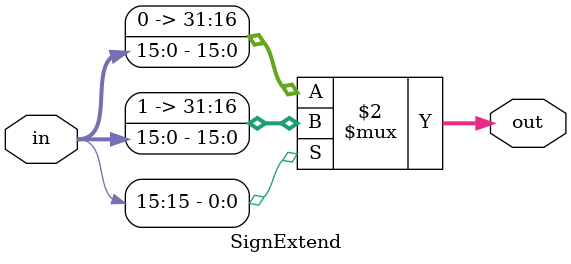
<source format=v>
`ifndef __SIGNEXTEND_V__
`define __SIGNEXTEND_V__

`include "defines.v"

module SignExtend (
	// output
	output	[31:0]	out,
	// input
	input	[15:0]	in
	);

	assign out = (in[15] == 1) ? {16'b1111111111111111, in} : {16'b0000000000000000, in};

endmodule // SignExtend

`endif /*__SIGNEXTEND_V__*/
</source>
